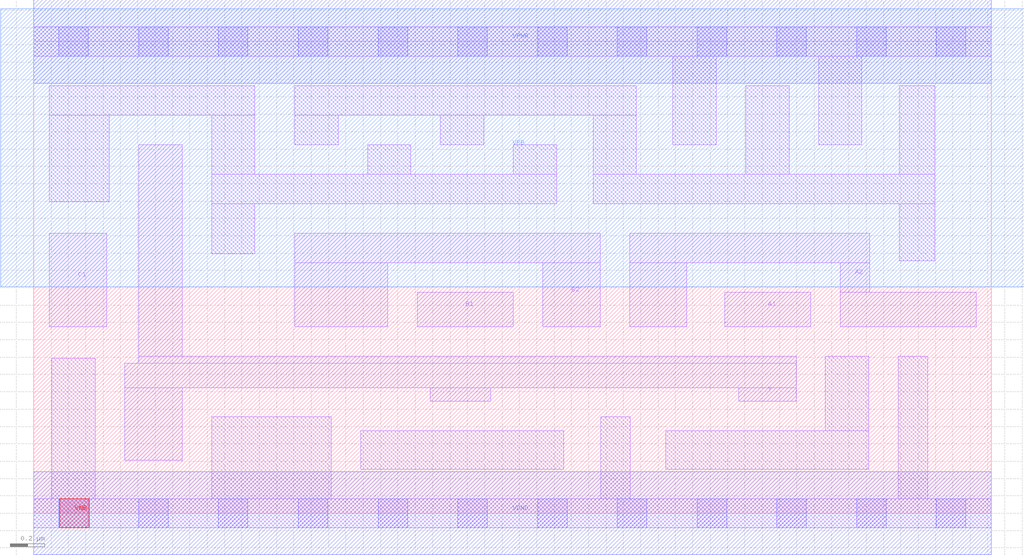
<source format=lef>
# Copyright 2020 The SkyWater PDK Authors
#
# Licensed under the Apache License, Version 2.0 (the "License");
# you may not use this file except in compliance with the License.
# You may obtain a copy of the License at
#
#     https://www.apache.org/licenses/LICENSE-2.0
#
# Unless required by applicable law or agreed to in writing, software
# distributed under the License is distributed on an "AS IS" BASIS,
# WITHOUT WARRANTIES OR CONDITIONS OF ANY KIND, either express or implied.
# See the License for the specific language governing permissions and
# limitations under the License.
#
# SPDX-License-Identifier: Apache-2.0

VERSION 5.7 ;
  NOWIREEXTENSIONATPIN ON ;
  DIVIDERCHAR "/" ;
  BUSBITCHARS "[]" ;
MACRO sky130_fd_sc_hd__a221oi_2
  CLASS CORE ;
  FOREIGN sky130_fd_sc_hd__a221oi_2 ;
  ORIGIN  0.000000  0.000000 ;
  SIZE  5.520000 BY  2.720000 ;
  SYMMETRY X Y R90 ;
  SITE unithd ;
  PIN A1
    ANTENNAGATEAREA  0.495000 ;
    DIRECTION INPUT ;
    USE SIGNAL ;
    PORT
      LAYER li1 ;
        RECT 3.985000 1.075000 4.480000 1.275000 ;
    END
  END A1
  PIN A2
    ANTENNAGATEAREA  0.495000 ;
    DIRECTION INPUT ;
    USE SIGNAL ;
    PORT
      LAYER li1 ;
        RECT 3.435000 1.075000 3.765000 1.445000 ;
        RECT 3.435000 1.445000 4.820000 1.615000 ;
        RECT 4.650000 1.075000 5.435000 1.275000 ;
        RECT 4.650000 1.275000 4.820000 1.445000 ;
    END
  END A2
  PIN B1
    ANTENNAGATEAREA  0.495000 ;
    DIRECTION INPUT ;
    USE SIGNAL ;
    PORT
      LAYER li1 ;
        RECT 2.210000 1.075000 2.765000 1.275000 ;
    END
  END B1
  PIN B2
    ANTENNAGATEAREA  0.495000 ;
    DIRECTION INPUT ;
    USE SIGNAL ;
    PORT
      LAYER li1 ;
        RECT 1.505000 1.075000 2.040000 1.445000 ;
        RECT 1.505000 1.445000 3.265000 1.615000 ;
        RECT 2.935000 1.075000 3.265000 1.445000 ;
    END
  END B2
  PIN C1
    ANTENNAGATEAREA  0.495000 ;
    DIRECTION INPUT ;
    USE SIGNAL ;
    PORT
      LAYER li1 ;
        RECT 0.090000 1.075000 0.420000 1.615000 ;
    END
  END C1
  PIN VNB
    PORT
      LAYER pwell ;
        RECT 0.150000 -0.085000 0.320000 0.085000 ;
    END
  END VNB
  PIN VPB
    PORT
      LAYER nwell ;
        RECT -0.190000 1.305000 5.710000 2.910000 ;
    END
  END VPB
  PIN Y
    ANTENNADIFFAREA  0.796500 ;
    DIRECTION OUTPUT ;
    USE SIGNAL ;
    PORT
      LAYER li1 ;
        RECT 0.525000 0.305000 0.855000 0.725000 ;
        RECT 0.525000 0.725000 4.395000 0.865000 ;
        RECT 0.605000 0.865000 4.395000 0.905000 ;
        RECT 0.605000 0.905000 0.855000 2.125000 ;
        RECT 2.285000 0.645000 2.635000 0.725000 ;
        RECT 4.065000 0.645000 4.395000 0.725000 ;
    END
  END Y
  PIN VGND
    DIRECTION INOUT ;
    SHAPE ABUTMENT ;
    USE GROUND ;
    PORT
      LAYER met1 ;
        RECT 0.000000 -0.240000 5.520000 0.240000 ;
    END
  END VGND
  PIN VPWR
    DIRECTION INOUT ;
    SHAPE ABUTMENT ;
    USE POWER ;
    PORT
      LAYER met1 ;
        RECT 0.000000 2.480000 5.520000 2.960000 ;
    END
  END VPWR
  OBS
    LAYER li1 ;
      RECT 0.000000 -0.085000 5.520000 0.085000 ;
      RECT 0.000000  2.635000 5.520000 2.805000 ;
      RECT 0.090000  1.795000 0.435000 2.295000 ;
      RECT 0.090000  2.295000 1.275000 2.465000 ;
      RECT 0.105000  0.085000 0.355000 0.895000 ;
      RECT 1.025000  0.085000 1.715000 0.555000 ;
      RECT 1.025000  1.495000 1.275000 1.785000 ;
      RECT 1.025000  1.785000 3.015000 1.955000 ;
      RECT 1.025000  1.955000 1.275000 2.295000 ;
      RECT 1.505000  2.125000 1.755000 2.295000 ;
      RECT 1.505000  2.295000 3.475000 2.465000 ;
      RECT 1.885000  0.255000 3.055000 0.475000 ;
      RECT 1.925000  1.955000 2.175000 2.125000 ;
      RECT 2.345000  2.125000 2.595000 2.295000 ;
      RECT 2.765000  1.955000 3.015000 2.125000 ;
      RECT 3.225000  1.785000 5.195000 1.955000 ;
      RECT 3.225000  1.955000 3.475000 2.295000 ;
      RECT 3.270000  0.085000 3.440000 0.555000 ;
      RECT 3.645000  0.255000 4.815000 0.475000 ;
      RECT 3.685000  2.125000 3.935000 2.635000 ;
      RECT 4.105000  1.955000 4.355000 2.465000 ;
      RECT 4.525000  2.125000 4.775000 2.635000 ;
      RECT 4.565000  0.475000 4.815000 0.905000 ;
      RECT 4.985000  0.085000 5.155000 0.905000 ;
      RECT 4.990000  1.455000 5.195000 1.785000 ;
      RECT 4.990000  1.955000 5.195000 2.465000 ;
    LAYER mcon ;
      RECT 0.145000 -0.085000 0.315000 0.085000 ;
      RECT 0.145000  2.635000 0.315000 2.805000 ;
      RECT 0.605000 -0.085000 0.775000 0.085000 ;
      RECT 0.605000  2.635000 0.775000 2.805000 ;
      RECT 1.065000 -0.085000 1.235000 0.085000 ;
      RECT 1.065000  2.635000 1.235000 2.805000 ;
      RECT 1.525000 -0.085000 1.695000 0.085000 ;
      RECT 1.525000  2.635000 1.695000 2.805000 ;
      RECT 1.985000 -0.085000 2.155000 0.085000 ;
      RECT 1.985000  2.635000 2.155000 2.805000 ;
      RECT 2.445000 -0.085000 2.615000 0.085000 ;
      RECT 2.445000  2.635000 2.615000 2.805000 ;
      RECT 2.905000 -0.085000 3.075000 0.085000 ;
      RECT 2.905000  2.635000 3.075000 2.805000 ;
      RECT 3.365000 -0.085000 3.535000 0.085000 ;
      RECT 3.365000  2.635000 3.535000 2.805000 ;
      RECT 3.825000 -0.085000 3.995000 0.085000 ;
      RECT 3.825000  2.635000 3.995000 2.805000 ;
      RECT 4.285000 -0.085000 4.455000 0.085000 ;
      RECT 4.285000  2.635000 4.455000 2.805000 ;
      RECT 4.745000 -0.085000 4.915000 0.085000 ;
      RECT 4.745000  2.635000 4.915000 2.805000 ;
      RECT 5.205000 -0.085000 5.375000 0.085000 ;
      RECT 5.205000  2.635000 5.375000 2.805000 ;
  END
END sky130_fd_sc_hd__a221oi_2
END LIBRARY

</source>
